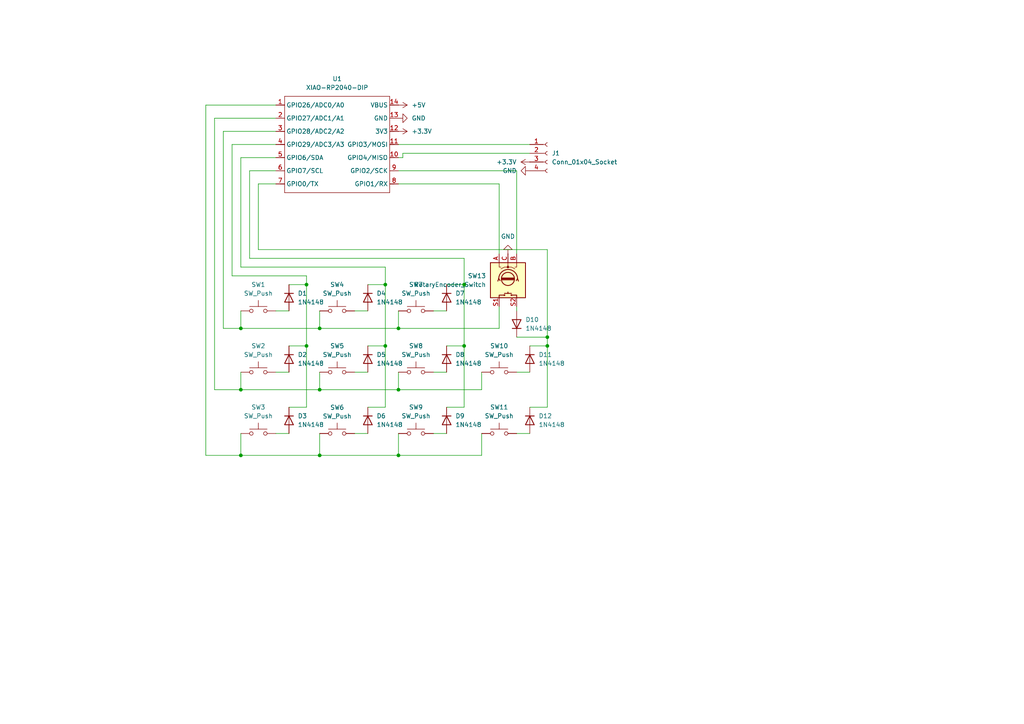
<source format=kicad_sch>
(kicad_sch (version 20250114) (generator "eeschema") (generator_version "9.0")
  (paper "A4")
  (lib_symbols
    (symbol "Connector:Conn_01x04_Socket" (pin_names (offset 1.016) (hide yes))
      (property "Reference" "J" (at 0 5.08 0))
      (property "Value" "Conn_01x04_Socket" (at 0 -7.62 0))
      (symbol "Conn_01x04_Socket_1_1"
        (polyline (pts (xy -1.27 2.54) (xy -0.508 2.54)) (stroke (width 0.1524)))
        (polyline (pts (xy -1.27 0) (xy -0.508 0)) (stroke (width 0.1524)))
        (polyline (pts (xy -1.27 -2.54) (xy -0.508 -2.54)) (stroke (width 0.1524)))
        (polyline (pts (xy -1.27 -5.08) (xy -0.508 -5.08)) (stroke (width 0.1524)))
        (arc (start 0 2.032) (mid -0.5058 2.54) (end 0 3.048) (stroke (width 0.1524)))
        (arc (start 0 -0.508) (mid -0.5058 0) (end 0 0.508) (stroke (width 0.1524)))
        (arc (start 0 -3.048) (mid -0.5058 -2.54) (end 0 -2.032) (stroke (width 0.1524)))
        (arc (start 0 -5.588) (mid -0.5058 -5.08) (end 0 -4.572) (stroke (width 0.1524)))
        (pin passive line (at -5.08 2.54 0) (length 3.81) (name "Pin_1") (number "1"))
        (pin passive line (at -5.08 0 0) (length 3.81) (name "Pin_2") (number "2"))
        (pin passive line (at -5.08 -2.54 0) (length 3.81) (name "Pin_3") (number "3"))
        (pin passive line (at -5.08 -5.08 0) (length 3.81) (name "Pin_4") (number "4"))
      )
    )
    (symbol "Device:RotaryEncoder_Switch" (pin_names (offset 0.254) (hide yes))
      (property "Reference" "SW" (at 0 6.604 0))
      (property "Value" "RotaryEncoder_Switch" (at 0 -6.604 0))
      (symbol "RotaryEncoder_Switch_0_1"
        (rectangle (start -5.08 5.08) (end 5.08 -5.08) (stroke (width 0.254)) (fill (type background)))
        (polyline (pts (xy -5.08 2.54) (xy -3.81 2.54) (xy -3.81 2.032)))
        (polyline (pts (xy -5.08 0) (xy -3.81 0) (xy -3.81 -1.016) (xy -3.302 -2.032)))
        (polyline (pts (xy -5.08 -2.54) (xy -3.81 -2.54) (xy -3.81 -2.032)))
        (polyline (pts (xy -4.318 0) (xy -3.81 0) (xy -3.81 1.016) (xy -3.302 2.032)))
        (circle (center -3.81 0) (radius 0.254) (fill (type outline)))
        (polyline (pts (xy -0.635 -1.778) (xy -0.635 1.778)) (stroke (width 0.254)))
        (circle (center -0.381 0) (radius 1.905) (stroke (width 0.254)))
        (polyline (pts (xy -0.381 -1.778) (xy -0.381 1.778)) (stroke (width 0.254)))
        (arc (start -0.381 -2.794) (mid -3.0988 -0.0635) (end -0.381 2.667) (stroke (width 0.254)))
        (polyline (pts (xy -0.127 1.778) (xy -0.127 -1.778)) (stroke (width 0.254)))
        (polyline (pts (xy 0.254 2.921) (xy -0.508 2.667) (xy 0.127 2.286)) (stroke (width 0.254)))
        (polyline (pts (xy 0.254 -3.048) (xy -0.508 -2.794) (xy 0.127 -2.413)) (stroke (width 0.254)))
        (polyline (pts (xy 3.81 1.016) (xy 3.81 -1.016)) (stroke (width 0.254)))
        (polyline (pts (xy 3.81 0) (xy 3.429 0)) (stroke (width 0.254)))
        (circle (center 4.318 1.016) (radius 0.127) (stroke (width 0.254)))
        (circle (center 4.318 -1.016) (radius 0.127) (stroke (width 0.254)))
        (polyline (pts (xy 5.08 2.54) (xy 4.318 2.54) (xy 4.318 1.016)) (stroke (width 0.254)))
        (polyline (pts (xy 5.08 -2.54) (xy 4.318 -2.54) (xy 4.318 -1.016)) (stroke (width 0.254)))
      )
      (symbol "RotaryEncoder_Switch_1_1"
        (pin passive line (at -7.62 2.54 0) (length 2.54) (name "A") (number "A"))
        (pin passive line (at -7.62 0 0) (length 2.54) (name "C") (number "C"))
        (pin passive line (at -7.62 -2.54 0) (length 2.54) (name "B") (number "B"))
        (pin passive line (at 7.62 2.54 180) (length 2.54) (name "S1") (number "S1"))
        (pin passive line (at 7.62 -2.54 180) (length 2.54) (name "S2") (number "S2"))
      )
    )
    (symbol "Diode:1N4148" (pin_numbers (hide yes)) (pin_names (hide yes))
      (property "Reference" "D" (at 0 2.54 0))
      (property "Value" "1N4148" (at 0 -2.54 0))
      (symbol "1N4148_0_1"
        (polyline (pts (xy -1.27 1.27) (xy -1.27 -1.27)) (stroke (width 0.254)))
        (polyline (pts (xy 1.27 1.27) (xy 1.27 -1.27) (xy -1.27 0) (xy 1.27 1.27)) (stroke (width 0.254)))
        (polyline (pts (xy 1.27 0) (xy -1.27 0)))
      )
      (symbol "1N4148_1_1"
        (pin passive line (at -3.81 0 0) (length 2.54) (name "K") (number "1"))
        (pin passive line (at 3.81 0 180) (length 2.54) (name "A") (number "2"))
      )
    )
    (symbol "OPL:XIAO-RP2040-DIP"
      (property "Reference" "U" (at 0 0 0))
      (property "Value" "XIAO-RP2040-DIP" (at 5.334 -1.778 0))
      (symbol "XIAO-RP2040-DIP_1_0"
        (polyline (pts (xy -1.27 -2.54) (xy 29.21 -2.54)) (stroke (width 0.1524)))
        (polyline (pts (xy -1.27 -5.08) (xy -2.54 -5.08)) (stroke (width 0.1524)))
        (polyline (pts (xy -1.27 -5.08) (xy -1.27 -2.54)) (stroke (width 0.1524)))
        (polyline (pts (xy -1.27 -8.89) (xy -2.54 -8.89)) (stroke (width 0.1524)))
        (polyline (pts (xy -1.27 -8.89) (xy -1.27 -5.08)) (stroke (width 0.1524)))
        (polyline (pts (xy -1.27 -12.7) (xy -2.54 -12.7)) (stroke (width 0.1524)))
        (polyline (pts (xy -1.27 -12.7) (xy -1.27 -8.89)) (stroke (width 0.1524)))
        (polyline (pts (xy -1.27 -16.51) (xy -2.54 -16.51)) (stroke (width 0.1524)))
        (polyline (pts (xy -1.27 -16.51) (xy -1.27 -12.7)) (stroke (width 0.1524)))
        (polyline (pts (xy -1.27 -20.32) (xy -2.54 -20.32)) (stroke (width 0.1524)))
        (polyline (pts (xy -1.27 -24.13) (xy -2.54 -24.13)) (stroke (width 0.1524)))
        (polyline (pts (xy -1.27 -27.94) (xy -2.54 -27.94)) (stroke (width 0.1524)))
        (polyline (pts (xy -1.27 -30.48) (xy -1.27 -16.51)) (stroke (width 0.1524)))
        (polyline (pts (xy 29.21 -2.54) (xy 29.21 -5.08)) (stroke (width 0.1524)))
        (polyline (pts (xy 29.21 -5.08) (xy 29.21 -8.89)) (stroke (width 0.1524)))
        (polyline (pts (xy 29.21 -8.89) (xy 29.21 -12.7)) (stroke (width 0.1524)))
        (polyline (pts (xy 29.21 -12.7) (xy 29.21 -30.48)) (stroke (width 0.1524)))
        (polyline (pts (xy 29.21 -30.48) (xy -1.27 -30.48)) (stroke (width 0.1524)))
        (polyline (pts (xy 30.48 -5.08) (xy 29.21 -5.08)) (stroke (width 0.1524)))
        (polyline (pts (xy 30.48 -8.89) (xy 29.21 -8.89)) (stroke (width 0.1524)))
        (polyline (pts (xy 30.48 -12.7) (xy 29.21 -12.7)) (stroke (width 0.1524)))
        (polyline (pts (xy 30.48 -16.51) (xy 29.21 -16.51)) (stroke (width 0.1524)))
        (polyline (pts (xy 30.48 -20.32) (xy 29.21 -20.32)) (stroke (width 0.1524)))
        (polyline (pts (xy 30.48 -24.13) (xy 29.21 -24.13)) (stroke (width 0.1524)))
        (polyline (pts (xy 30.48 -27.94) (xy 29.21 -27.94)) (stroke (width 0.1524)))
        (pin passive line (at -3.81 -5.08 0) (length 2.54) (name "GPIO26/ADC0/A0") (number "1"))
        (pin passive line (at -3.81 -8.89 0) (length 2.54) (name "GPIO27/ADC1/A1") (number "2"))
        (pin passive line (at -3.81 -12.7 0) (length 2.54) (name "GPIO28/ADC2/A2") (number "3"))
        (pin passive line (at -3.81 -16.51 0) (length 2.54) (name "GPIO29/ADC3/A3") (number "4"))
        (pin passive line (at -3.81 -20.32 0) (length 2.54) (name "GPIO6/SDA") (number "5"))
        (pin passive line (at -3.81 -24.13 0) (length 2.54) (name "GPIO7/SCL") (number "6"))
        (pin passive line (at -3.81 -27.94 0) (length 2.54) (name "GPIO0/TX") (number "7"))
        (pin passive line (at 31.75 -5.08 180) (length 2.54) (name "VBUS") (number "14"))
        (pin passive line (at 31.75 -8.89 180) (length 2.54) (name "GND") (number "13"))
        (pin passive line (at 31.75 -12.7 180) (length 2.54) (name "3V3") (number "12"))
        (pin passive line (at 31.75 -16.51 180) (length 2.54) (name "GPIO3/MOSI") (number "11"))
        (pin passive line (at 31.75 -20.32 180) (length 2.54) (name "GPIO4/MISO") (number "10"))
        (pin passive line (at 31.75 -24.13 180) (length 2.54) (name "GPIO2/SCK") (number "9"))
        (pin passive line (at 31.75 -27.94 180) (length 2.54) (name "GPIO1/RX") (number "8"))
      )
    )
    (symbol "Switch:SW_Push" (pin_numbers (hide yes)) (pin_names (offset 1.016) (hide yes))
      (property "Reference" "SW" (at 1.27 2.54 0))
      (property "Value" "SW_Push" (at 0 -1.524 0))
      (symbol "SW_Push_0_1"
        (circle (center -2.032 0) (radius 0.508))
        (polyline (pts (xy 0 1.27) (xy 0 3.048)))
        (circle (center 2.032 0) (radius 0.508))
        (polyline (pts (xy 2.54 1.27) (xy -2.54 1.27)))
        (pin passive line (at -5.08 0 0) (length 2.54) (name "1") (number "1"))
        (pin passive line (at 5.08 0 180) (length 2.54) (name "2") (number "2"))
      )
    )
    (symbol "power:+3.3V" (power) (pin_numbers (hide yes)) (pin_names (offset 0) (hide yes))
      (property "Value" "+3.3V" (at 0 3.556 0))
      (symbol "+3.3V_0_1"
        (polyline (pts (xy -0.762 1.27) (xy 0 2.54)))
        (polyline (pts (xy 0 2.54) (xy 0.762 1.27)))
        (polyline (pts (xy 0 0) (xy 0 2.54)))
      )
      (symbol "+3.3V_1_1"
        (pin power_in line (at 0 0 90) (length 0) (name "~") (number "1"))
      )
    )
    (symbol "power:+5V" (power) (pin_numbers (hide yes)) (pin_names (offset 0) (hide yes))
      (property "Value" "+5V" (at 0 3.556 0))
      (symbol "+5V_0_1"
        (polyline (pts (xy -0.762 1.27) (xy 0 2.54)))
        (polyline (pts (xy 0 2.54) (xy 0.762 1.27)))
        (polyline (pts (xy 0 0) (xy 0 2.54)))
      )
      (symbol "+5V_1_1"
        (pin power_in line (at 0 0 90) (length 0) (name "~") (number "1"))
      )
    )
    (symbol "power:GND" (power) (pin_numbers (hide yes)) (pin_names (offset 0) (hide yes))
      (property "Value" "GND" (at 0 -3.81 0))
      (symbol "GND_0_1"
        (polyline (pts (xy 0 0) (xy 0 -1.27) (xy 1.27 -1.27) (xy 0 -2.54) (xy -1.27 -1.27) (xy 0 -1.27)))
      )
      (symbol "GND_1_1"
        (pin power_in line (at 0 0 270) (length 0) (name "~") (number "1"))
      )
    )
  )
  (junction (at 134.62 82.55))
  (junction (at 111.76 82.55))
  (junction (at 158.75 100.33))
  (junction (at 88.9 82.55))
  (junction (at 115.57 95.25))
  (junction (at 88.9 100.33))
  (junction (at 115.57 132.08))
  (junction (at 158.75 97.79))
  (junction (at 69.85 113.03))
  (junction (at 134.62 100.33))
  (junction (at 115.57 113.03))
  (junction (at 92.71 132.08))
  (junction (at 92.71 113.03))
  (junction (at 69.85 132.08))
  (junction (at 111.76 100.33))
  (junction (at 92.71 95.25))
  (junction (at 69.85 95.25))
  (wire (pts (xy 80.01 38.1) (xy 64.77 38.1)))
  (wire (pts (xy 149.86 88.9) (xy 149.86 90.17)))
  (wire (pts (xy 149.86 107.95) (xy 153.67 107.95)))
  (wire (pts (xy 139.7 132.08) (xy 139.7 125.73)))
  (wire (pts (xy 80.01 90.17) (xy 83.82 90.17)))
  (wire (pts (xy 102.87 90.17) (xy 106.68 90.17)))
  (wire (pts (xy 149.86 125.73) (xy 153.67 125.73)))
  (wire (pts (xy 88.9 100.33) (xy 88.9 82.55)))
  (wire (pts (xy 116.84 44.45) (xy 153.67 44.45)))
  (wire (pts (xy 102.87 107.95) (xy 106.68 107.95)))
  (wire (pts (xy 69.85 45.72) (xy 69.85 77.47)))
  (wire (pts (xy 92.71 107.95) (xy 92.71 113.03)))
  (wire (pts (xy 80.01 53.34) (xy 74.93 53.34)))
  (wire (pts (xy 149.86 49.53) (xy 115.57 49.53)))
  (wire (pts (xy 69.85 95.25) (xy 92.71 95.25)))
  (wire (pts (xy 83.82 118.11) (xy 88.9 118.11)))
  (wire (pts (xy 74.93 72.39) (xy 158.75 72.39)))
  (wire (pts (xy 69.85 132.08) (xy 92.71 132.08)))
  (wire (pts (xy 153.67 118.11) (xy 158.75 118.11)))
  (wire (pts (xy 64.77 38.1) (xy 64.77 95.25)))
  (wire (pts (xy 134.62 74.93) (xy 134.62 82.55)))
  (wire (pts (xy 144.78 53.34) (xy 115.57 53.34)))
  (wire (pts (xy 69.85 113.03) (xy 92.71 113.03)))
  (wire (pts (xy 69.85 77.47) (xy 111.76 77.47)))
  (wire (pts (xy 62.23 113.03) (xy 69.85 113.03)))
  (wire (pts (xy 92.71 95.25) (xy 115.57 95.25)))
  (wire (pts (xy 80.01 34.29) (xy 62.23 34.29)))
  (wire (pts (xy 92.71 132.08) (xy 115.57 132.08)))
  (wire (pts (xy 106.68 100.33) (xy 111.76 100.33)))
  (wire (pts (xy 88.9 118.11) (xy 88.9 100.33)))
  (wire (pts (xy 149.86 97.79) (xy 158.75 97.79)))
  (wire (pts (xy 144.78 88.9) (xy 144.78 95.25)))
  (wire (pts (xy 125.73 125.73) (xy 129.54 125.73)))
  (wire (pts (xy 139.7 113.03) (xy 139.7 107.95)))
  (wire (pts (xy 106.68 82.55) (xy 111.76 82.55)))
  (wire (pts (xy 88.9 82.55) (xy 88.9 80.01)))
  (wire (pts (xy 158.75 97.79) (xy 158.75 100.33)))
  (wire (pts (xy 80.01 49.53) (xy 72.39 49.53)))
  (wire (pts (xy 115.57 95.25) (xy 144.78 95.25)))
  (wire (pts (xy 83.82 100.33) (xy 88.9 100.33)))
  (wire (pts (xy 67.31 80.01) (xy 67.31 41.91)))
  (wire (pts (xy 158.75 100.33) (xy 158.75 118.11)))
  (wire (pts (xy 149.86 73.66) (xy 149.86 49.53)))
  (wire (pts (xy 115.57 107.95) (xy 115.57 113.03)))
  (wire (pts (xy 80.01 30.48) (xy 59.69 30.48)))
  (wire (pts (xy 69.85 125.73) (xy 69.85 132.08)))
  (wire (pts (xy 111.76 82.55) (xy 111.76 100.33)))
  (wire (pts (xy 69.85 90.17) (xy 69.85 95.25)))
  (wire (pts (xy 134.62 118.11) (xy 129.54 118.11)))
  (wire (pts (xy 115.57 45.72) (xy 116.84 45.72)))
  (wire (pts (xy 92.71 90.17) (xy 92.71 95.25)))
  (wire (pts (xy 62.23 34.29) (xy 62.23 113.03)))
  (wire (pts (xy 83.82 82.55) (xy 88.9 82.55)))
  (wire (pts (xy 129.54 82.55) (xy 134.62 82.55)))
  (wire (pts (xy 125.73 107.95) (xy 129.54 107.95)))
  (wire (pts (xy 116.84 45.72) (xy 116.84 44.45)))
  (wire (pts (xy 88.9 80.01) (xy 67.31 80.01)))
  (wire (pts (xy 102.87 125.73) (xy 106.68 125.73)))
  (wire (pts (xy 72.39 49.53) (xy 72.39 74.93)))
  (wire (pts (xy 144.78 73.66) (xy 144.78 53.34)))
  (wire (pts (xy 80.01 45.72) (xy 69.85 45.72)))
  (wire (pts (xy 92.71 125.73) (xy 92.71 132.08)))
  (wire (pts (xy 115.57 113.03) (xy 139.7 113.03)))
  (wire (pts (xy 72.39 74.93) (xy 134.62 74.93)))
  (wire (pts (xy 92.71 113.03) (xy 115.57 113.03)))
  (wire (pts (xy 134.62 82.55) (xy 134.62 100.33)))
  (wire (pts (xy 158.75 72.39) (xy 158.75 97.79)))
  (wire (pts (xy 153.67 100.33) (xy 158.75 100.33)))
  (wire (pts (xy 115.57 41.91) (xy 153.67 41.91)))
  (wire (pts (xy 129.54 100.33) (xy 134.62 100.33)))
  (wire (pts (xy 80.01 125.73) (xy 83.82 125.73)))
  (wire (pts (xy 111.76 118.11) (xy 106.68 118.11)))
  (wire (pts (xy 125.73 90.17) (xy 129.54 90.17)))
  (wire (pts (xy 80.01 107.95) (xy 83.82 107.95)))
  (wire (pts (xy 134.62 100.33) (xy 134.62 118.11)))
  (wire (pts (xy 74.93 53.34) (xy 74.93 72.39)))
  (wire (pts (xy 111.76 100.33) (xy 111.76 118.11)))
  (wire (pts (xy 67.31 41.91) (xy 80.01 41.91)))
  (wire (pts (xy 115.57 125.73) (xy 115.57 132.08)))
  (wire (pts (xy 59.69 30.48) (xy 59.69 132.08)))
  (wire (pts (xy 69.85 107.95) (xy 69.85 113.03)))
  (wire (pts (xy 64.77 95.25) (xy 69.85 95.25)))
  (wire (pts (xy 111.76 77.47) (xy 111.76 82.55)))
  (wire (pts (xy 115.57 90.17) (xy 115.57 95.25)))
  (wire (pts (xy 115.57 132.08) (xy 139.7 132.08)))
  (wire (pts (xy 59.69 132.08) (xy 69.85 132.08)))
  (symbol (lib_id "Diode:1N4148") (at 129.54 104.14 270) (unit 1)
    (property "Reference" "D8" (at 132.08 102.8699 90) (effects (justify left)))
    (property "Value" "1N4148" (at 132.08 105.4099 90) (effects (justify left)))
    (property "Footprint" "Diode_THT:D_DO-35_SOD27_P7.62mm_Horizontal" (effects (hide yes)))
    (property "Datasheet" "https://assets.nexperia.com/documents/data-sheet/1N4148_1N4448.pdf" (effects (hide yes)))
    (property "Description" "100V 0.15A standard switching diode, DO-35" (effects (hide yes)))
    (property "Sim.Device" "D" (effects (hide yes)))
    (property "Sim.Pins" "1=K 2=A" (effects (hide yes)))
  )
  (symbol (lib_id "Diode:1N4148") (at 83.82 104.14 270) (unit 1)
    (property "Reference" "D2" (at 86.36 102.8699 90) (effects (justify left)))
    (property "Value" "1N4148" (at 86.36 105.4099 90) (effects (justify left)))
    (property "Footprint" "Diode_THT:D_DO-35_SOD27_P7.62mm_Horizontal" (effects (hide yes)))
    (property "Datasheet" "https://assets.nexperia.com/documents/data-sheet/1N4148_1N4448.pdf" (effects (hide yes)))
    (property "Description" "100V 0.15A standard switching diode, DO-35" (effects (hide yes)))
    (property "Sim.Device" "D" (effects (hide yes)))
    (property "Sim.Pins" "1=K 2=A" (effects (hide yes)))
  )
  (symbol (lib_id "Switch:SW_Push") (at 144.78 107.95 0) (unit 1)
    (property "Reference" "SW10" (at 144.78 100.33 0))
    (property "Value" "SW_Push" (at 144.78 102.87 0))
    (property "Footprint" "Keyswitch:SW_Cherry_MX_1.00u_PCB-3D Model" (effects (hide yes)))
    (property "Description" "Push button switch, generic, two pins" (effects (hide yes)))
  )
  (symbol (lib_id "OPL:XIAO-RP2040-DIP") (at 83.82 25.4 0) (unit 1)
    (property "Reference" "U1" (at 97.79 22.86 0))
    (property "Value" "XIAO-RP2040-DIP" (at 97.79 25.4 0))
    (property "Footprint" "OPL:XIAO-RP2040-DIP" (effects (hide yes)))
  )
  (symbol (lib_id "Diode:1N4148") (at 83.82 121.92 270) (unit 1)
    (property "Reference" "D3" (at 86.36 120.6499 90) (effects (justify left)))
    (property "Value" "1N4148" (at 86.36 123.1899 90) (effects (justify left)))
    (property "Footprint" "Diode_THT:D_DO-35_SOD27_P7.62mm_Horizontal" (effects (hide yes)))
    (property "Datasheet" "https://assets.nexperia.com/documents/data-sheet/1N4148_1N4448.pdf" (effects (hide yes)))
    (property "Description" "100V 0.15A standard switching diode, DO-35" (effects (hide yes)))
    (property "Sim.Device" "D" (effects (hide yes)))
    (property "Sim.Pins" "1=K 2=A" (effects (hide yes)))
  )
  (symbol (lib_id "Diode:1N4148") (at 106.68 104.14 270) (unit 1)
    (property "Reference" "D5" (at 109.22 102.8699 90) (effects (justify left)))
    (property "Value" "1N4148" (at 109.22 105.4099 90) (effects (justify left)))
    (property "Footprint" "Diode_THT:D_DO-35_SOD27_P7.62mm_Horizontal" (effects (hide yes)))
    (property "Datasheet" "https://assets.nexperia.com/documents/data-sheet/1N4148_1N4448.pdf" (effects (hide yes)))
    (property "Description" "100V 0.15A standard switching diode, DO-35" (effects (hide yes)))
    (property "Sim.Device" "D" (effects (hide yes)))
    (property "Sim.Pins" "1=K 2=A" (effects (hide yes)))
  )
  (symbol (lib_id "Switch:SW_Push") (at 97.79 90.17 0) (unit 1)
    (property "Reference" "SW4" (at 97.79 82.55 0))
    (property "Value" "SW_Push" (at 97.79 85.09 0))
    (property "Footprint" "Keyswitch:SW_Cherry_MX_1.00u_PCB-3D Model" (effects (hide yes)))
    (property "Description" "Push button switch, generic, two pins" (effects (hide yes)))
  )
  (symbol (lib_id "Diode:1N4148") (at 129.54 121.92 270) (unit 1)
    (property "Reference" "D9" (at 132.08 120.6499 90) (effects (justify left)))
    (property "Value" "1N4148" (at 132.08 123.1899 90) (effects (justify left)))
    (property "Footprint" "Diode_THT:D_DO-35_SOD27_P7.62mm_Horizontal" (effects (hide yes)))
    (property "Datasheet" "https://assets.nexperia.com/documents/data-sheet/1N4148_1N4448.pdf" (effects (hide yes)))
    (property "Description" "100V 0.15A standard switching diode, DO-35" (effects (hide yes)))
    (property "Sim.Device" "D" (effects (hide yes)))
    (property "Sim.Pins" "1=K 2=A" (effects (hide yes)))
  )
  (symbol (lib_id "power:+3.3V") (at 153.67 46.99 90) (unit 1)
    (property "Reference" "#PWR05" (effects (hide yes)))
    (property "Value" "+3.3V" (at 149.86 46.9899 90) (effects (justify left)))
    (property "Description" "Power symbol creates a global label with name \"+3.3V\"" (effects (hide yes)))
  )
  (symbol (lib_id "Switch:SW_Push") (at 74.93 125.73 0) (unit 1)
    (property "Reference" "SW3" (at 74.93 118.11 0))
    (property "Value" "SW_Push" (at 74.93 120.65 0))
    (property "Footprint" "Keyswitch:SW_Cherry_MX_1.00u_PCB-3D Model" (effects (hide yes)))
    (property "Description" "Push button switch, generic, two pins" (effects (hide yes)))
  )
  (symbol (lib_id "Connector:Conn_01x04_Socket") (at 158.75 44.45 0) (unit 1)
    (property "Reference" "J1" (at 160.02 44.4499 0) (effects (justify left)))
    (property "Value" "Conn_01x04_Socket" (at 160.02 46.9899 0) (effects (justify left)))
    (property "Footprint" "128*32 Oled:PinHeader_1x04_P2.54mm-ce12909e-c1ba-0606-2421-5b6e827065f4" (effects (hide yes)))
    (property "Description" "Generic connector, single row, 01x04, script generated" (effects (hide yes)))
  )
  (symbol (lib_id "Switch:SW_Push") (at 74.93 90.17 0) (unit 1)
    (property "Reference" "SW1" (at 74.93 82.55 0))
    (property "Value" "SW_Push" (at 74.93 85.09 0))
    (property "Footprint" "Keyswitch:SW_Cherry_MX_1.00u_PCB-3D Model" (effects (hide yes)))
    (property "Description" "Push button switch, generic, two pins" (effects (hide yes)))
  )
  (symbol (lib_id "Device:RotaryEncoder_Switch") (at 147.32 81.28 90) (mirror x) (unit 1)
    (property "Reference" "SW13" (at 140.97 80.0099 90) (effects (justify left)))
    (property "Value" "RotaryEncoder_Switch" (at 140.97 82.5499 90) (effects (justify left)))
    (property "Footprint" "Encoder:RotaryEncoder_Alps_EC11E-Switch_Vertical_H20mm" (effects (hide yes)))
    (property "Description" "Rotary encoder, dual channel, incremental quadrate outputs, with switch" (effects (hide yes)))
  )
  (symbol (lib_id "Diode:1N4148") (at 129.54 86.36 270) (unit 1)
    (property "Reference" "D7" (at 132.08 85.0899 90) (effects (justify left)))
    (property "Value" "1N4148" (at 132.08 87.6299 90) (effects (justify left)))
    (property "Footprint" "Diode_THT:D_DO-35_SOD27_P7.62mm_Horizontal" (effects (hide yes)))
    (property "Datasheet" "https://assets.nexperia.com/documents/data-sheet/1N4148_1N4448.pdf" (effects (hide yes)))
    (property "Description" "100V 0.15A standard switching diode, DO-35" (effects (hide yes)))
    (property "Sim.Device" "D" (effects (hide yes)))
    (property "Sim.Pins" "1=K 2=A" (effects (hide yes)))
  )
  (symbol (lib_id "Switch:SW_Push") (at 120.65 90.17 0) (unit 1)
    (property "Reference" "SW7" (at 120.65 82.55 0))
    (property "Value" "SW_Push" (at 120.65 85.09 0))
    (property "Footprint" "Keyswitch:SW_Cherry_MX_1.00u_PCB-3D Model" (effects (hide yes)))
    (property "Description" "Push button switch, generic, two pins" (effects (hide yes)))
  )
  (symbol (lib_id "Diode:1N4148") (at 106.68 121.92 270) (unit 1)
    (property "Reference" "D6" (at 109.22 120.6499 90) (effects (justify left)))
    (property "Value" "1N4148" (at 109.22 123.1899 90) (effects (justify left)))
    (property "Footprint" "Diode_THT:D_DO-35_SOD27_P7.62mm_Horizontal" (effects (hide yes)))
    (property "Datasheet" "https://assets.nexperia.com/documents/data-sheet/1N4148_1N4448.pdf" (effects (hide yes)))
    (property "Description" "100V 0.15A standard switching diode, DO-35" (effects (hide yes)))
    (property "Sim.Device" "D" (effects (hide yes)))
    (property "Sim.Pins" "1=K 2=A" (effects (hide yes)))
  )
  (symbol (lib_id "Diode:1N4148") (at 149.86 93.98 90) (unit 1)
    (property "Reference" "D10" (at 152.4 92.7099 90) (effects (justify right)))
    (property "Value" "1N4148" (at 152.4 95.2499 90) (effects (justify right)))
    (property "Footprint" "Diode_THT:D_DO-35_SOD27_P7.62mm_Horizontal" (effects (hide yes)))
    (property "Datasheet" "https://assets.nexperia.com/documents/data-sheet/1N4148_1N4448.pdf" (effects (hide yes)))
    (property "Description" "100V 0.15A standard switching diode, DO-35" (effects (hide yes)))
    (property "Sim.Device" "D" (effects (hide yes)))
    (property "Sim.Pins" "1=K 2=A" (effects (hide yes)))
  )
  (symbol (lib_id "Diode:1N4148") (at 153.67 121.92 270) (unit 1)
    (property "Reference" "D12" (at 156.21 120.6499 90) (effects (justify left)))
    (property "Value" "1N4148" (at 156.21 123.1899 90) (effects (justify left)))
    (property "Footprint" "Diode_THT:D_DO-35_SOD27_P7.62mm_Horizontal" (effects (hide yes)))
    (property "Datasheet" "https://assets.nexperia.com/documents/data-sheet/1N4148_1N4448.pdf" (effects (hide yes)))
    (property "Description" "100V 0.15A standard switching diode, DO-35" (effects (hide yes)))
    (property "Sim.Device" "D" (effects (hide yes)))
    (property "Sim.Pins" "1=K 2=A" (effects (hide yes)))
  )
  (symbol (lib_id "Switch:SW_Push") (at 120.65 107.95 0) (unit 1)
    (property "Reference" "SW8" (at 120.65 100.33 0))
    (property "Value" "SW_Push" (at 120.65 102.87 0))
    (property "Footprint" "Keyswitch:SW_Cherry_MX_1.00u_PCB-3D Model" (effects (hide yes)))
    (property "Description" "Push button switch, generic, two pins" (effects (hide yes)))
  )
  (symbol (lib_id "power:GND") (at 115.57 34.29 90) (unit 1)
    (property "Reference" "#PWR01" (effects (hide yes)))
    (property "Value" "GND" (at 119.38 34.2899 90) (effects (justify right)))
    (property "Description" "Power symbol creates a global label with name \"GND\" , ground" (effects (hide yes)))
  )
  (symbol (lib_id "Switch:SW_Push") (at 97.79 125.73 0) (unit 1)
    (property "Reference" "SW6" (at 97.79 118.1848 0))
    (property "Value" "SW_Push" (at 97.79 120.7248 0))
    (property "Footprint" "Keyswitch:SW_Cherry_MX_1.00u_PCB-3D Model" (effects (hide yes)))
    (property "Description" "Push button switch, generic, two pins" (effects (hide yes)))
  )
  (symbol (lib_id "power:GND") (at 147.32 73.66 180) (unit 1)
    (property "Reference" "#PWR03" (effects (hide yes)))
    (property "Value" "GND" (at 147.32 68.58 0))
    (property "Description" "Power symbol creates a global label with name \"GND\" , ground" (effects (hide yes)))
  )
  (symbol (lib_id "Diode:1N4148") (at 83.82 86.36 270) (unit 1)
    (property "Reference" "D1" (at 86.36 85.0899 90) (effects (justify left)))
    (property "Value" "1N4148" (at 86.36 87.6299 90) (effects (justify left)))
    (property "Footprint" "Diode_THT:D_DO-35_SOD27_P7.62mm_Horizontal" (effects (hide yes)))
    (property "Datasheet" "https://assets.nexperia.com/documents/data-sheet/1N4148_1N4448.pdf" (effects (hide yes)))
    (property "Description" "100V 0.15A standard switching diode, DO-35" (effects (hide yes)))
    (property "Sim.Device" "D" (effects (hide yes)))
    (property "Sim.Pins" "1=K 2=A" (effects (hide yes)))
  )
  (symbol (lib_id "power:+5V") (at 115.57 30.48 270) (unit 1)
    (property "Reference" "#PWR02" (effects (hide yes)))
    (property "Value" "+5V" (at 119.38 30.4799 90) (effects (justify left)))
    (property "Description" "Power symbol creates a global label with name \"+5V\"" (effects (hide yes)))
  )
  (symbol (lib_id "Diode:1N4148") (at 106.68 86.36 270) (unit 1)
    (property "Reference" "D4" (at 109.22 85.0899 90) (effects (justify left)))
    (property "Value" "1N4148" (at 109.22 87.6299 90) (effects (justify left)))
    (property "Footprint" "Diode_THT:D_DO-35_SOD27_P7.62mm_Horizontal" (effects (hide yes)))
    (property "Datasheet" "https://assets.nexperia.com/documents/data-sheet/1N4148_1N4448.pdf" (effects (hide yes)))
    (property "Description" "100V 0.15A standard switching diode, DO-35" (effects (hide yes)))
    (property "Sim.Device" "D" (effects (hide yes)))
    (property "Sim.Pins" "1=K 2=A" (effects (hide yes)))
  )
  (symbol (lib_id "Diode:1N4148") (at 153.67 104.14 270) (unit 1)
    (property "Reference" "D11" (at 156.21 102.8699 90) (effects (justify left)))
    (property "Value" "1N4148" (at 156.21 105.4099 90) (effects (justify left)))
    (property "Footprint" "Diode_THT:D_DO-35_SOD27_P7.62mm_Horizontal" (effects (hide yes)))
    (property "Datasheet" "https://assets.nexperia.com/documents/data-sheet/1N4148_1N4448.pdf" (effects (hide yes)))
    (property "Description" "100V 0.15A standard switching diode, DO-35" (effects (hide yes)))
    (property "Sim.Device" "D" (effects (hide yes)))
    (property "Sim.Pins" "1=K 2=A" (effects (hide yes)))
  )
  (symbol (lib_id "Switch:SW_Push") (at 74.93 107.95 0) (unit 1)
    (property "Reference" "SW2" (at 74.93 100.33 0))
    (property "Value" "SW_Push" (at 74.93 102.87 0))
    (property "Footprint" "Keyswitch:SW_Cherry_MX_1.00u_PCB-3D Model" (effects (hide yes)))
    (property "Description" "Push button switch, generic, two pins" (effects (hide yes)))
  )
  (symbol (lib_id "Switch:SW_Push") (at 120.65 125.73 0) (unit 1)
    (property "Reference" "SW9" (at 120.65 118.11 0))
    (property "Value" "SW_Push" (at 120.65 120.65 0))
    (property "Footprint" "Keyswitch:SW_Cherry_MX_1.00u_PCB-3D Model" (effects (hide yes)))
    (property "Description" "Push button switch, generic, two pins" (effects (hide yes)))
  )
  (symbol (lib_id "power:+3.3V") (at 115.57 38.1 270) (unit 1)
    (property "Reference" "#PWR04" (effects (hide yes)))
    (property "Value" "+3.3V" (at 119.38 38.0999 90) (effects (justify left)))
    (property "Description" "Power symbol creates a global label with name \"+3.3V\"" (effects (hide yes)))
  )
  (symbol (lib_id "Switch:SW_Push") (at 97.79 107.95 0) (unit 1)
    (property "Reference" "SW5" (at 97.79 100.33 0))
    (property "Value" "SW_Push" (at 97.79 102.87 0))
    (property "Footprint" "Keyswitch:SW_Cherry_MX_1.00u_PCB-3D Model" (effects (hide yes)))
    (property "Description" "Push button switch, generic, two pins" (effects (hide yes)))
  )
  (symbol (lib_id "power:GND") (at 153.67 49.53 270) (unit 1)
    (property "Reference" "#PWR06" (effects (hide yes)))
    (property "Value" "GND" (at 149.86 49.5299 90) (effects (justify right)))
    (property "Description" "Power symbol creates a global label with name \"GND\" , ground" (effects (hide yes)))
  )
  (symbol (lib_id "Switch:SW_Push") (at 144.78 125.73 0) (unit 1)
    (property "Reference" "SW11" (at 144.78 118.11 0))
    (property "Value" "SW_Push" (at 144.78 120.65 0))
    (property "Footprint" "Keyswitch:SW_Cherry_MX_1.00u_PCB-3D Model" (effects (hide yes)))
    (property "Description" "Push button switch, generic, two pins" (effects (hide yes)))
  )
)
</source>
